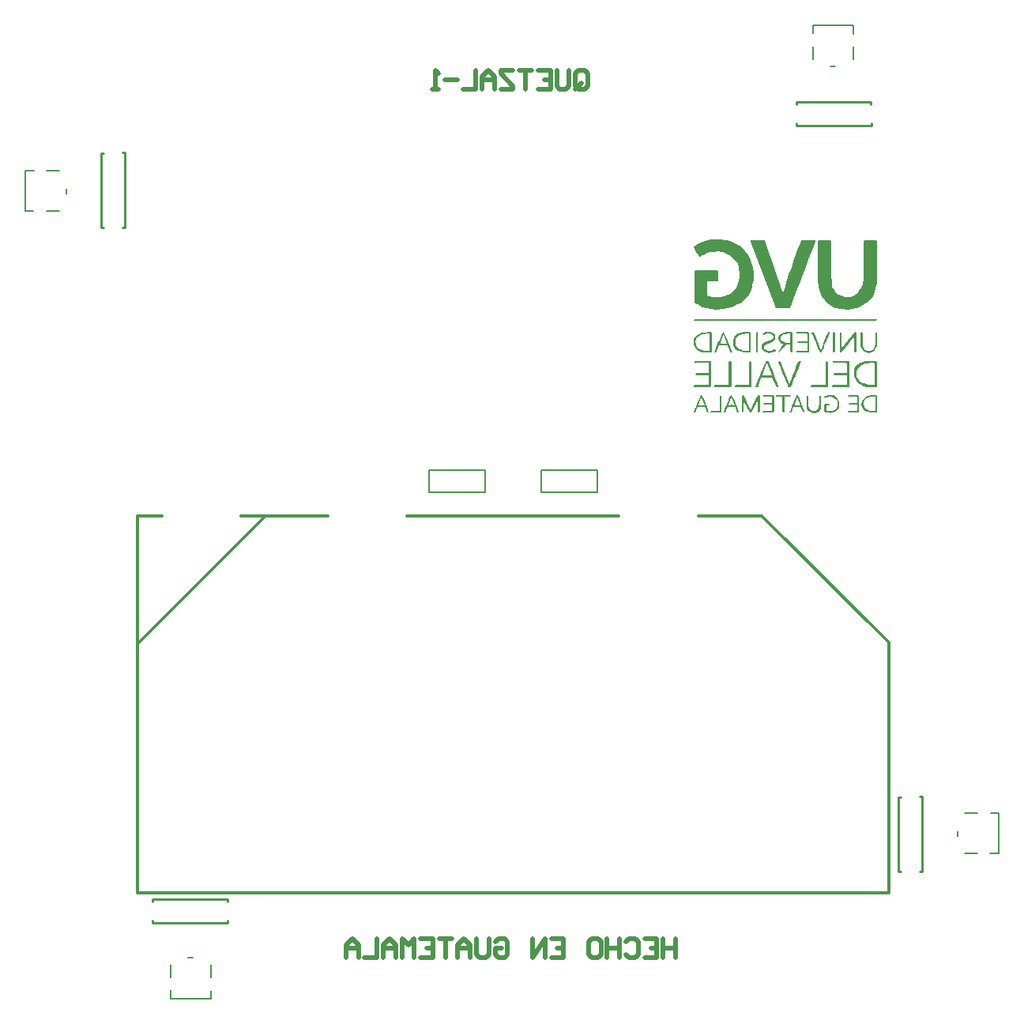
<source format=gbo>
G04*
G04 #@! TF.GenerationSoftware,Altium Limited,Altium Designer,18.1.9 (240)*
G04*
G04 Layer_Color=32896*
%FSLAX25Y25*%
%MOIN*%
G70*
G01*
G75*
%ADD13C,0.00591*%
%ADD82C,0.01181*%
%ADD83C,0.01000*%
%ADD84C,0.01968*%
G36*
X289612Y329936D02*
X288689Y327398D01*
X287766Y325092D01*
X286959Y322900D01*
X286267Y320824D01*
X285459Y318863D01*
X284882Y317133D01*
X284191Y315403D01*
X283614Y313904D01*
X283037Y312520D01*
X282576Y311136D01*
X281653Y308829D01*
X280961Y306983D01*
X280269Y305368D01*
X279808Y304215D01*
X279462Y303177D01*
X279116Y302485D01*
X278885Y302024D01*
X278769Y301678D01*
X278654Y301562D01*
Y301447D01*
X272887D01*
X262160Y329474D01*
Y329936D01*
X262276Y330051D01*
X262391Y330167D01*
X267928D01*
X268043Y330051D01*
X268158Y329936D01*
X268389Y329244D01*
X268850Y328206D01*
X269312Y326822D01*
X269888Y325207D01*
X270580Y323361D01*
X271272Y321401D01*
X271964Y319440D01*
X272656Y317364D01*
X273233Y315403D01*
X273925Y313558D01*
X274387Y311943D01*
X274848Y310559D01*
X275194Y309521D01*
X275425Y308829D01*
X275540Y308713D01*
Y308598D01*
X276001D01*
X276693Y310559D01*
X277270Y312404D01*
X277847Y314134D01*
X278308Y315749D01*
X279346Y318633D01*
X280154Y321055D01*
X280846Y323131D01*
X281538Y324861D01*
X281999Y326360D01*
X282460Y327514D01*
X282806Y328321D01*
X283037Y329013D01*
X283268Y329474D01*
X283383Y329820D01*
X283498Y330051D01*
X283614Y330167D01*
X289381D01*
X289612Y329936D01*
D02*
G37*
G36*
X315563Y329705D02*
Y314480D01*
X315448Y312058D01*
X314986Y309982D01*
X314410Y308252D01*
X313718Y306637D01*
X312795Y305368D01*
X311757Y304330D01*
X310603Y303408D01*
X309450Y302716D01*
X308412Y302139D01*
X307259Y301678D01*
X306220Y301447D01*
X305298Y301216D01*
X304606Y301101D01*
X303914Y300986D01*
X302760D01*
X300799Y301101D01*
X299877Y301216D01*
X298954Y301447D01*
X298262Y301562D01*
X297685Y301678D01*
X297339Y301793D01*
X297224D01*
X296071Y302370D01*
X295032Y303177D01*
X294225Y303984D01*
X293418Y304792D01*
X292726Y305715D01*
X292264Y306637D01*
X291457Y308483D01*
X290996Y310213D01*
X290765Y311712D01*
X290650Y312174D01*
Y312635D01*
Y312866D01*
Y312981D01*
Y329705D01*
X290996Y330167D01*
X295840D01*
X296186Y329705D01*
Y317133D01*
X296647Y310674D01*
X297339Y309175D01*
X298262Y308021D01*
X299300Y307329D01*
X300338Y306752D01*
X301261Y306406D01*
X302068Y306291D01*
X302530Y306176D01*
X302760D01*
X304029Y306291D01*
X305067Y306522D01*
X305990Y306868D01*
X306797Y307445D01*
X307374Y308021D01*
X307950Y308713D01*
X308758Y310097D01*
X309335Y311597D01*
X309565Y312750D01*
X309681Y313327D01*
Y313673D01*
Y313904D01*
Y314019D01*
Y329705D01*
X310027Y330167D01*
X315217D01*
X315563Y329705D01*
D02*
G37*
G36*
X252357Y330167D02*
X254317Y329474D01*
X256048Y328667D01*
X257547Y327744D01*
X258816Y326706D01*
X259854Y325553D01*
X260776Y324400D01*
X261584Y323131D01*
X262160Y321977D01*
X262622Y320824D01*
X262968Y319786D01*
X263199Y318748D01*
X263314Y317825D01*
X263429Y317133D01*
X263545Y316556D01*
Y316210D01*
Y316095D01*
Y315518D01*
X263429Y313096D01*
X263199Y312058D01*
X262968Y311136D01*
X262853Y310328D01*
X262622Y309751D01*
X262507Y309405D01*
Y309290D01*
X261814Y307791D01*
X261007Y306522D01*
X259969Y305484D01*
X258931Y304446D01*
X257778Y303638D01*
X256624Y303062D01*
X255356Y302485D01*
X254202Y302024D01*
X252011Y301447D01*
X250973Y301216D01*
X250050Y301101D01*
X249358D01*
X248781Y300986D01*
X247858D01*
X245552Y301101D01*
X243706Y301447D01*
X241976Y302024D01*
X240707Y302600D01*
X239669Y303062D01*
X238977Y303638D01*
X238516Y303984D01*
X238401Y304100D01*
Y317133D01*
X238747Y317479D01*
X248320D01*
X248666Y317133D01*
Y312981D01*
X243937D01*
Y306983D01*
X244052Y306752D01*
X244514Y306522D01*
X245206Y306406D01*
X245898Y306291D01*
X246590D01*
X247282Y306176D01*
X247858D01*
X249127Y306291D01*
X249935D01*
X250626Y306406D01*
X251088Y306522D01*
X251319Y306637D01*
X251434D01*
X251549Y306752D01*
X252587Y307214D01*
X253510Y307675D01*
X254317Y308252D01*
X255010Y308944D01*
X256048Y310328D01*
X256740Y311943D01*
X257201Y313327D01*
X257432Y314480D01*
X257547Y314942D01*
Y315288D01*
Y315518D01*
Y315634D01*
X257201Y318979D01*
X256740Y320132D01*
X256163Y321170D01*
X255471Y321977D01*
X254779Y322670D01*
X253279Y323823D01*
X251895Y324630D01*
X250511Y325092D01*
X249358Y325322D01*
X248896Y325438D01*
X248320D01*
X246705Y325322D01*
X245206Y325092D01*
X243937Y324746D01*
X242783Y324284D01*
X241861Y323823D01*
X241169Y323477D01*
X240707Y323246D01*
X240592Y323131D01*
X240361Y323361D01*
X240015Y323823D01*
X239669Y324515D01*
X239208Y325322D01*
X238862Y326014D01*
X238516Y326706D01*
X238285Y327168D01*
X238170Y327398D01*
X239669Y328436D01*
X241169Y329244D01*
X242668Y329705D01*
X244052Y330167D01*
X245321Y330397D01*
X246359Y330513D01*
X248666D01*
X252357Y330167D01*
D02*
G37*
G36*
X315563Y296718D02*
X315217Y296257D01*
X238401D01*
X238170Y296487D01*
X238516Y296833D01*
X315448D01*
X315563Y296718D01*
D02*
G37*
G36*
X306682Y291066D02*
Y283223D01*
X306336Y282877D01*
X305874Y283223D01*
Y289682D01*
X305759D01*
X304952Y288529D01*
X304144Y287606D01*
X303568Y286683D01*
X302991Y285991D01*
X302068Y284723D01*
X301261Y283915D01*
X300799Y283338D01*
X300569Y283108D01*
X300338Y282877D01*
X300107D01*
X299761Y283223D01*
Y291066D01*
X300107Y291528D01*
X300569Y291066D01*
Y284492D01*
X306105Y291528D01*
X306336D01*
X306682Y291066D01*
D02*
G37*
G36*
X295609Y291297D02*
X295032Y289798D01*
X294571Y288529D01*
X294110Y287375D01*
X293648Y286453D01*
X293302Y285645D01*
X293072Y284953D01*
X292726Y284377D01*
X292495Y283915D01*
X292264Y283338D01*
X292034Y282993D01*
X291918Y282877D01*
X291688D01*
X291457Y283108D01*
X291226Y283569D01*
X290650Y284607D01*
X290073Y285991D01*
X289381Y287491D01*
X288804Y288875D01*
X288343Y290144D01*
X288112Y290605D01*
X287997Y290951D01*
X287881Y291182D01*
Y291297D01*
X288112D01*
X288343Y291528D01*
X288573D01*
X288689Y291412D01*
X288804Y291182D01*
X289035Y290836D01*
X289265Y290374D01*
X289727Y289106D01*
X290303Y287837D01*
X290765Y286453D01*
X291226Y285184D01*
X291457Y284723D01*
X291572Y284377D01*
X291688Y284146D01*
Y284031D01*
X291918D01*
X292380Y285299D01*
X292726Y286453D01*
X293187Y287491D01*
X293418Y288414D01*
X293764Y289106D01*
X293994Y289682D01*
X294340Y290605D01*
X294686Y291182D01*
X294802Y291412D01*
X294917Y291528D01*
X295378D01*
X295609Y291297D01*
D02*
G37*
G36*
X315563Y291066D02*
Y286799D01*
X315448Y285415D01*
X314986Y284377D01*
X314410Y283684D01*
X313833Y283223D01*
X313141Y282877D01*
X312680Y282762D01*
X312218Y282646D01*
X312103D01*
X310949Y282877D01*
X310142Y283223D01*
X309450Y283800D01*
X309104Y284377D01*
X308873Y284953D01*
X308643Y285415D01*
Y285761D01*
Y285876D01*
Y291066D01*
X308989Y291528D01*
X309450Y291066D01*
Y286337D01*
X309565Y285530D01*
X309796Y284838D01*
X310257Y284261D01*
X310603Y283915D01*
X311065Y283684D01*
X311526Y283569D01*
X311757Y283454D01*
X311872D01*
X312795Y283569D01*
X313487Y284031D01*
X314064Y284607D01*
X314410Y285184D01*
X314640Y285876D01*
X314756Y286337D01*
Y286799D01*
Y286914D01*
Y291066D01*
X315217Y291528D01*
X315563Y291066D01*
D02*
G37*
G36*
X297685D02*
Y283223D01*
X297224Y282877D01*
X296878Y283223D01*
Y291066D01*
X297224Y291528D01*
X297685Y291066D01*
D02*
G37*
G36*
X286959D02*
Y283223D01*
X286497Y282877D01*
X281768D01*
X281307Y283223D01*
X281768Y283684D01*
X285690D01*
X286036Y284031D01*
Y286799D01*
X282114D01*
X281768Y287145D01*
X282114Y287606D01*
X286036D01*
Y290259D01*
X285690Y290720D01*
X281768D01*
X281307Y291066D01*
X281768Y291528D01*
X286497D01*
X286959Y291066D01*
D02*
G37*
G36*
X279923D02*
Y283223D01*
X279462Y282877D01*
X279000Y283223D01*
Y286337D01*
X277155D01*
X274271Y282877D01*
X273925D01*
X273694Y282993D01*
X275771Y286107D01*
Y286568D01*
X275194Y286683D01*
X274848Y286914D01*
X274271Y287837D01*
X273925Y288644D01*
Y288875D01*
Y288990D01*
X274156Y289798D01*
X274617Y290490D01*
X275425Y290951D01*
X276232Y291182D01*
X277155Y291412D01*
X277962Y291528D01*
X279462D01*
X279923Y291066D01*
D02*
G37*
G36*
X265159Y283223D02*
X264813Y282877D01*
X264352Y283223D01*
Y291066D01*
X264813Y291528D01*
X265159D01*
Y283223D01*
D02*
G37*
G36*
X262276Y291066D02*
Y283223D01*
X261930Y282877D01*
X260084D01*
X259162Y282993D01*
X258354Y283108D01*
X257086Y283569D01*
X256163Y284031D01*
X255586Y284607D01*
X255125Y285184D01*
X255010Y285645D01*
X254894Y285991D01*
Y286107D01*
Y288183D01*
X255010Y288759D01*
X255125Y289336D01*
X255932Y290144D01*
X256855Y290720D01*
X258008Y291066D01*
X259277Y291412D01*
X260200Y291528D01*
X261930D01*
X262276Y291066D01*
D02*
G37*
G36*
X250857Y291297D02*
X251088Y290951D01*
X251665Y289798D01*
X252241Y288414D01*
X252933Y286914D01*
X253510Y285415D01*
X253971Y284146D01*
X254202Y283684D01*
X254317Y283338D01*
X254433Y283108D01*
Y282993D01*
X254317D01*
X254087Y282877D01*
X253856D01*
X253625Y282993D01*
X253395Y283338D01*
X253164Y283800D01*
X253049Y284377D01*
X252818Y284838D01*
X252703Y285299D01*
X252587Y285645D01*
Y285761D01*
X248896D01*
X248550Y284838D01*
X248204Y284146D01*
X247974Y283569D01*
X247743Y283223D01*
X247628Y282993D01*
X247512Y282877D01*
X247051D01*
X246820Y282993D01*
X247397Y284377D01*
X247858Y285530D01*
X248320Y286568D01*
X248666Y287491D01*
X249012Y288298D01*
X249358Y288990D01*
X249819Y290144D01*
X250165Y290836D01*
X250396Y291297D01*
X250511Y291528D01*
X250742D01*
X250857Y291297D01*
D02*
G37*
G36*
X245782Y291066D02*
Y283223D01*
X245436Y282877D01*
X242207D01*
X241515Y282993D01*
X240246Y283454D01*
X239323Y284146D01*
X238747Y284838D01*
X238401Y285530D01*
X238285Y286222D01*
X238170Y286683D01*
Y286799D01*
Y287837D01*
X238285Y288529D01*
X238516Y289106D01*
X238862Y289567D01*
X239208Y290028D01*
X240361Y290605D01*
X241630Y291066D01*
X243014Y291297D01*
X244052Y291528D01*
X245436D01*
X245782Y291066D01*
D02*
G37*
G36*
X270696Y291412D02*
X271272Y291297D01*
X272080Y290836D01*
X272541Y290259D01*
X272656Y290144D01*
Y290028D01*
Y288644D01*
X271849Y287606D01*
X270465Y287029D01*
X269427Y286568D01*
X268735Y286107D01*
X268158Y285761D01*
X267928Y285530D01*
X267812Y285299D01*
X267697Y285069D01*
X267812Y284607D01*
X268043Y284261D01*
X268850Y283800D01*
X269658Y283569D01*
X269888Y283454D01*
X270004D01*
X270811Y283569D01*
X271503Y283915D01*
X272195Y284146D01*
X272310Y284261D01*
X272426D01*
X272887Y283684D01*
X272772Y283454D01*
X272426Y283338D01*
X271964Y283108D01*
X271503Y282993D01*
X271042Y282877D01*
X270580Y282762D01*
X270234Y282646D01*
X270119D01*
X269081Y282762D01*
X268274Y283108D01*
X267697Y283454D01*
X267235Y283915D01*
X267005Y284261D01*
X266890Y284607D01*
Y284838D01*
Y284953D01*
Y285761D01*
X267466Y286799D01*
X268966Y287375D01*
X270004Y287837D01*
X270811Y288183D01*
X271272Y288529D01*
X271618Y288759D01*
X271734Y288875D01*
X271849Y288990D01*
Y289221D01*
X271734Y289682D01*
X271618Y290144D01*
X270926Y290490D01*
X270350Y290720D01*
X269196D01*
X267928Y290259D01*
X267466Y290374D01*
X267351Y290490D01*
X267235Y290605D01*
Y290720D01*
X267466Y290951D01*
X267697Y291182D01*
X268389Y291412D01*
X268966Y291528D01*
X270119D01*
X270696Y291412D01*
D02*
G37*
G36*
X282691Y277341D02*
X282114Y275611D01*
X281538Y274111D01*
X281076Y272843D01*
X280615Y271804D01*
X280269Y270882D01*
X279923Y270074D01*
X279692Y269498D01*
X279462Y269036D01*
X279231Y268690D01*
X279000Y268344D01*
X278885Y268114D01*
X278193D01*
X278078Y268229D01*
X277962Y268575D01*
X277731Y269152D01*
X277385Y269844D01*
X277039Y270651D01*
X276693Y271574D01*
X275886Y273535D01*
X275079Y275495D01*
X274733Y276418D01*
X274387Y277225D01*
X274041Y277918D01*
X273925Y278494D01*
X273694Y278840D01*
Y278956D01*
X274041Y279302D01*
X274502D01*
X274617Y279186D01*
X274848Y278840D01*
X275079Y278379D01*
X275309Y277802D01*
X275886Y276187D01*
X276578Y274457D01*
X277270Y272727D01*
X277847Y271112D01*
X278078Y270536D01*
X278308Y270074D01*
X278424Y269728D01*
Y269613D01*
X278654D01*
X279231Y271228D01*
X279808Y272727D01*
X280269Y273996D01*
X280730Y275149D01*
X281076Y276072D01*
X281307Y276880D01*
X281653Y277456D01*
X281884Y278033D01*
X282230Y278725D01*
X282460Y279071D01*
X282576Y279302D01*
X283383D01*
X282691Y277341D01*
D02*
G37*
G36*
X315563Y278956D02*
Y268575D01*
X315217Y268114D01*
X313602D01*
X312218Y268229D01*
X311065Y268344D01*
X309911Y268690D01*
X309104Y269036D01*
X308296Y269382D01*
X307720Y269959D01*
X306682Y270997D01*
X306220Y272035D01*
X305874Y272843D01*
X305759Y273535D01*
Y273650D01*
Y273765D01*
Y274573D01*
X305874Y275265D01*
X305990Y275957D01*
X306566Y277110D01*
X307489Y277918D01*
X308527Y278494D01*
X309565Y278956D01*
X310373Y279186D01*
X311065Y279302D01*
X315217D01*
X315563Y278956D01*
D02*
G37*
G36*
X303798Y268575D02*
X303452Y268114D01*
X296993D01*
X296647Y268575D01*
Y268806D01*
X296993Y269152D01*
X302760D01*
Y273304D01*
X297685D01*
X297224Y273765D01*
Y273996D01*
X297685Y274342D01*
X302760D01*
Y278033D01*
X302414Y278494D01*
X296878D01*
Y279302D01*
X303798D01*
Y268575D01*
D02*
G37*
G36*
X294917Y278956D02*
Y268575D01*
X294571Y268114D01*
X287881D01*
X287535Y268575D01*
Y268806D01*
X287881Y269152D01*
X293764D01*
Y278956D01*
X294110Y279302D01*
X294571D01*
X294917Y278956D01*
D02*
G37*
G36*
X269773Y279071D02*
X270465Y277341D01*
X271157Y275726D01*
X271734Y274342D01*
X272195Y273073D01*
X272541Y272035D01*
X272887Y271228D01*
X273233Y270420D01*
X273348Y269844D01*
X273579Y269382D01*
X273694Y268921D01*
X273810Y268460D01*
X273925Y268229D01*
Y268114D01*
X273118D01*
X271157Y272035D01*
X266659D01*
X266197Y270766D01*
X265967Y269728D01*
X265621Y269036D01*
X265390Y268575D01*
X265275Y268344D01*
X265159Y268229D01*
X265044Y268114D01*
X264352D01*
X264237Y268344D01*
X264929Y270190D01*
X265505Y271920D01*
X266082Y273304D01*
X266544Y274573D01*
X267005Y275611D01*
X267351Y276534D01*
X267697Y277225D01*
X267928Y277802D01*
X268158Y278264D01*
X268389Y278610D01*
X268620Y279071D01*
X268735Y279302D01*
X269542D01*
X269773Y279071D01*
D02*
G37*
G36*
X262507Y278956D02*
Y268575D01*
X262160Y268114D01*
X255701D01*
X255356Y268575D01*
Y268806D01*
X255701Y269152D01*
X261469D01*
Y278956D01*
X261930Y279302D01*
X262160D01*
X262507Y278956D01*
D02*
G37*
G36*
X254087D02*
Y268575D01*
X253625Y268114D01*
X247282D01*
X246820Y268575D01*
Y269152D01*
X252818D01*
Y278956D01*
X253279Y279302D01*
X253625D01*
X254087Y278956D01*
D02*
G37*
G36*
X245436Y268575D02*
X244975Y268114D01*
X238516D01*
X238170Y268575D01*
Y268806D01*
X238516Y269152D01*
X244398D01*
Y273304D01*
X239208D01*
X238747Y273765D01*
Y273996D01*
X239208Y274342D01*
X244398D01*
Y278494D01*
X238747D01*
X238516Y278264D01*
Y278494D01*
X238401Y278725D01*
Y279302D01*
X245436D01*
Y268575D01*
D02*
G37*
G36*
X266082Y264423D02*
Y257848D01*
X265621Y257387D01*
X265159Y257848D01*
Y263039D01*
X265044D01*
X264352Y261309D01*
X263775Y260040D01*
X263314Y259002D01*
X262968Y258310D01*
X262622Y257848D01*
X262391Y257618D01*
X262276Y257387D01*
X262160D01*
X262045Y257502D01*
X261814Y257618D01*
X261469Y258310D01*
X260892Y259232D01*
X260430Y260271D01*
X259969Y261309D01*
X259623Y262116D01*
X259392Y262808D01*
X259277Y262923D01*
Y263039D01*
X259046D01*
Y257848D01*
X258585Y257387D01*
X258354D01*
Y264423D01*
X258816Y264884D01*
X259046D01*
X262276Y258656D01*
X262737Y259809D01*
X263199Y260732D01*
X263545Y261539D01*
X263891Y262231D01*
X264467Y263385D01*
X264813Y264077D01*
X265044Y264538D01*
X265275Y264769D01*
X265390Y264884D01*
X265621D01*
X266082Y264423D01*
D02*
G37*
G36*
X297109Y264769D02*
X297916Y264423D01*
X298493Y263846D01*
X298954Y263269D01*
X299185Y262577D01*
X299415Y262116D01*
X299531Y261655D01*
Y261539D01*
Y260501D01*
X299415Y259578D01*
X298954Y258771D01*
X298377Y258194D01*
X297685Y257848D01*
X296993Y257502D01*
X296416Y257387D01*
X295955Y257272D01*
X295840D01*
X295032Y257387D01*
X294340Y257502D01*
X293879Y257618D01*
X293648Y257733D01*
X293418Y257848D01*
X293302Y257964D01*
Y258079D01*
Y260963D01*
X293764Y261309D01*
X295148D01*
X295609Y260963D01*
X295148Y260501D01*
X294110D01*
Y258194D01*
X295148Y258079D01*
X295955D01*
X296878Y258194D01*
X297570Y258540D01*
X298147Y259117D01*
X298493Y259694D01*
X298723Y260271D01*
X298839Y260847D01*
Y261193D01*
Y261309D01*
X298723Y262116D01*
X298377Y262808D01*
X297916Y263269D01*
X297339Y263615D01*
X296762Y263961D01*
X296301Y264077D01*
X295955Y264192D01*
X295840D01*
X295032Y264077D01*
X294456Y263961D01*
X293994Y263731D01*
X293764Y263615D01*
X293302Y264077D01*
X293418Y264307D01*
X293648Y264423D01*
X294110Y264653D01*
X294686Y264884D01*
X296186D01*
X297109Y264769D01*
D02*
G37*
G36*
X291918Y264423D02*
Y260155D01*
X291803Y259232D01*
X291457Y258540D01*
X290996Y257964D01*
X290419Y257618D01*
X289842Y257387D01*
X289381Y257272D01*
X288919D01*
X287881Y257502D01*
X287189Y257733D01*
X286613Y258194D01*
X286267Y258540D01*
X286036Y259002D01*
X285921Y259348D01*
Y259578D01*
Y259694D01*
Y264653D01*
X286036Y264884D01*
X286497Y264423D01*
Y261309D01*
X286613Y260271D01*
X286843Y259463D01*
X287189Y258886D01*
X287651Y258540D01*
X288112Y258310D01*
X288458Y258079D01*
X289150D01*
X289842Y258310D01*
X290303Y258771D01*
X290765Y259463D01*
X290996Y260271D01*
X291111Y260963D01*
X291226Y261655D01*
Y262116D01*
Y262347D01*
Y264653D01*
X291457Y264884D01*
X291918Y264423D01*
D02*
G37*
G36*
X315563D02*
Y257848D01*
X315217Y257387D01*
X312680D01*
X311411Y257733D01*
X310488Y258194D01*
X309911Y258771D01*
X309450Y259348D01*
X309219Y259925D01*
X308989Y260501D01*
Y260847D01*
Y260963D01*
X309219Y262231D01*
X309681Y263269D01*
X310488Y263961D01*
X311295Y264423D01*
X312103Y264653D01*
X312910Y264884D01*
X315217D01*
X315563Y264423D01*
D02*
G37*
G36*
X307720D02*
Y257387D01*
X303222D01*
X302991Y257618D01*
X303452Y258079D01*
X307143D01*
Y260732D01*
X303798D01*
X303452Y261193D01*
X303798Y261539D01*
X307143D01*
Y264077D01*
X303222D01*
Y264423D01*
X303683Y264884D01*
X307374D01*
X307720Y264423D01*
D02*
G37*
G36*
X282114Y264769D02*
X282230Y264423D01*
X282691Y263500D01*
X283152Y262462D01*
X283614Y261193D01*
X284191Y259925D01*
X284537Y258886D01*
X284882Y258079D01*
X284998Y257964D01*
Y257848D01*
X284652Y257387D01*
X283844Y258425D01*
X283729Y258886D01*
X283614Y259348D01*
X283383Y259694D01*
X283268Y259925D01*
X280269D01*
X279923Y259117D01*
X279692Y258425D01*
X279462Y257964D01*
X279346Y257733D01*
X279231Y257502D01*
X279116Y257387D01*
X278654D01*
X279116Y258656D01*
X279462Y259809D01*
X279808Y260847D01*
X280154Y261655D01*
X280500Y262347D01*
X280730Y263039D01*
X281076Y263961D01*
X281422Y264423D01*
X281653Y264769D01*
X281768Y264884D01*
X281999D01*
X282114Y264769D01*
D02*
G37*
G36*
X279231Y264423D02*
X278885Y264077D01*
X276347D01*
Y257848D01*
X276001Y257387D01*
X275540Y257848D01*
Y264077D01*
X273118D01*
X272656Y264423D01*
X273118Y264884D01*
X278885D01*
X279231Y264423D01*
D02*
G37*
G36*
X272080D02*
Y257848D01*
X271618Y257387D01*
X267235D01*
X267120Y257618D01*
X267466Y258079D01*
X271157D01*
Y260732D01*
X267928D01*
X267466Y261193D01*
X267928Y261539D01*
X271157D01*
Y264077D01*
X267697D01*
X267235Y264423D01*
X267697Y264884D01*
X271618D01*
X272080Y264423D01*
D02*
G37*
G36*
X254202Y264769D02*
X254317Y264423D01*
X254779Y263615D01*
X255356Y262462D01*
X255817Y261078D01*
X256394Y259809D01*
X256855Y258656D01*
X257086Y258310D01*
X257201Y257964D01*
X257316Y257733D01*
Y257618D01*
X257201D01*
X256970Y257387D01*
X256740Y257502D01*
X256509Y257733D01*
X256278Y258194D01*
X256048Y258656D01*
X255932Y259117D01*
X255817Y259578D01*
X255701Y259809D01*
Y259925D01*
X252357D01*
X252126Y259117D01*
X251895Y258425D01*
X251780Y257964D01*
X251549Y257733D01*
X251434Y257502D01*
X251319Y257387D01*
X250973D01*
X250742Y257618D01*
X251203Y258886D01*
X251665Y260040D01*
X252011Y260963D01*
X252357Y261770D01*
X252703Y262462D01*
X252933Y263039D01*
X253279Y263961D01*
X253625Y264423D01*
X253741Y264769D01*
X253856Y264884D01*
X254087D01*
X254202Y264769D01*
D02*
G37*
G36*
X249704Y264423D02*
Y257848D01*
X249358Y257387D01*
X245206D01*
X244975Y257618D01*
X245436Y258079D01*
X249127D01*
Y264653D01*
X249358Y264884D01*
X249704Y264423D01*
D02*
G37*
G36*
X241630Y264769D02*
X241861Y264538D01*
X241976Y264192D01*
X242207Y263731D01*
X242668Y262577D01*
X243245Y261309D01*
X243706Y259925D01*
X244167Y258771D01*
X244283Y258310D01*
X244398Y257964D01*
X244514Y257733D01*
Y257618D01*
Y257387D01*
X243937D01*
X243591Y258194D01*
X243360Y258886D01*
X243129Y259348D01*
X243014Y259578D01*
X242899Y259809D01*
X242783Y259925D01*
X239785D01*
X239554Y259117D01*
X239323Y258425D01*
X239092Y257964D01*
X238862Y257733D01*
X238747Y257502D01*
X238631Y257387D01*
X238401D01*
X238170Y257618D01*
X238631Y258886D01*
X239092Y259925D01*
X239439Y260847D01*
X239785Y261770D01*
X240015Y262462D01*
X240361Y263039D01*
X240707Y263846D01*
X240938Y264423D01*
X241169Y264769D01*
X241284Y264884D01*
X241515D01*
X241630Y264769D01*
D02*
G37*
%LPC*%
G36*
X279000Y290720D02*
X277847D01*
X276809Y290605D01*
X276001Y290490D01*
X275540Y290144D01*
X275079Y289913D01*
X274848Y289567D01*
X274733Y289221D01*
Y289106D01*
Y288990D01*
X274848Y288298D01*
X275309Y287837D01*
X275886Y287375D01*
X276578Y287145D01*
X277270Y287029D01*
X277847Y286914D01*
X279000D01*
Y290720D01*
D02*
G37*
G36*
X261469D02*
X260430D01*
X258816Y290605D01*
X257662Y290259D01*
X256855Y289798D01*
X256278Y289336D01*
X255932Y288759D01*
X255817Y288298D01*
X255701Y287952D01*
Y287837D01*
Y286914D01*
X255932Y285876D01*
X256394Y285069D01*
X256970Y284492D01*
X257778Y284146D01*
X258585Y283915D01*
X259162Y283684D01*
X261469D01*
Y290720D01*
D02*
G37*
G36*
X250742Y290259D02*
X250511D01*
X249358Y286799D01*
Y286568D01*
X252241D01*
X250742Y290259D01*
D02*
G37*
G36*
X244744Y290720D02*
X243706D01*
X242091Y290605D01*
X240938Y290259D01*
X240131Y289682D01*
X239554Y289221D01*
X239208Y288644D01*
X239092Y288068D01*
X238977Y287721D01*
Y287606D01*
X239092Y286337D01*
X239554Y285299D01*
X240131Y284607D01*
X240823Y284146D01*
X241515Y283915D01*
X242091Y283800D01*
X242553Y283684D01*
X244744D01*
Y290720D01*
D02*
G37*
G36*
X314179Y278494D02*
X312449D01*
X311411Y278264D01*
X310488Y278033D01*
X309681Y277802D01*
X308989Y277456D01*
X308412Y277110D01*
X307605Y276303D01*
X307028Y275380D01*
X306797Y274688D01*
X306682Y274227D01*
Y273996D01*
X306797Y273189D01*
X306912Y272381D01*
X307720Y271228D01*
X308758Y270305D01*
X309911Y269728D01*
X311065Y269382D01*
X312103Y269267D01*
X312910Y269152D01*
X314179D01*
X314640Y269613D01*
Y278033D01*
X314179Y278494D01*
D02*
G37*
G36*
X269196Y278033D02*
X268966D01*
X267235Y273304D01*
Y273073D01*
X271042D01*
X269196Y278033D01*
D02*
G37*
G36*
X314756Y264077D02*
X312680D01*
X311757Y263961D01*
X311065Y263615D01*
X310488Y263154D01*
X310142Y262693D01*
X309911Y262116D01*
X309796Y261655D01*
Y261309D01*
Y261193D01*
X310027Y260155D01*
X310488Y259348D01*
X311180Y258886D01*
X311987Y258425D01*
X312795Y258194D01*
X313487Y258079D01*
X314756D01*
Y264077D01*
D02*
G37*
G36*
X281999Y263846D02*
X281768D01*
X280730Y260732D01*
Y260501D01*
X283037D01*
X281999Y263846D01*
D02*
G37*
G36*
X254317Y263615D02*
X253856D01*
X252818Y260501D01*
X253279D01*
X254087Y260732D01*
X254894Y260501D01*
X255356D01*
X254317Y263615D01*
D02*
G37*
G36*
X241630D02*
X241284D01*
X240246Y260501D01*
X242668D01*
X241630Y263615D01*
D02*
G37*
%LPD*%
D13*
X173799Y223803D02*
Y233055D01*
Y223803D02*
X197618D01*
X173799Y233055D02*
X197618D01*
Y223803D02*
Y233055D01*
X150315Y223803D02*
Y233055D01*
X126496D02*
X150315D01*
X126496Y223803D02*
X150315D01*
X126496D02*
Y233055D01*
X34472Y19114D02*
Y24614D01*
X24972Y27614D02*
X26972D01*
X17472Y10114D02*
Y13724D01*
Y10114D02*
X34472D01*
X17472Y19114D02*
Y24614D01*
X34472Y10114D02*
Y13614D01*
X352362Y88504D02*
X357862D01*
X349362Y79004D02*
Y81004D01*
X363252Y71504D02*
X366862D01*
Y88504D01*
X352362Y71504D02*
X357862D01*
X363362Y88504D02*
X366862D01*
X288472Y406394D02*
Y411894D01*
X295972Y403394D02*
X297972D01*
X305472Y417283D02*
Y420894D01*
X288472D02*
X305472D01*
Y406394D02*
Y411894D01*
X288472Y417394D02*
Y420894D01*
X-34917Y342504D02*
X-29417D01*
X-26417Y350004D02*
Y352004D01*
X-43917Y359504D02*
X-40307D01*
X-43917Y342504D02*
Y359504D01*
X-34917D02*
X-29417D01*
X-43917Y342504D02*
X-40417D01*
D82*
X3549Y54829D02*
X258476D01*
X3549Y159884D02*
X57526Y213863D01*
X3549Y213884D02*
X13687D01*
X47152D02*
X83864D01*
X117329D02*
X200104D01*
X206600D01*
X240065D02*
X266935D01*
X320394Y160425D01*
Y54829D02*
Y160425D01*
X3549Y54829D02*
Y213884D01*
X258476Y54829D02*
X320394D01*
D83*
X3549Y213884D02*
X8947D01*
X3549Y55784D02*
Y213884D01*
X324528Y63779D02*
X325528D01*
X324528D02*
Y95276D01*
X325528D01*
X333527Y63779D02*
X334527D01*
Y95473D01*
X333527D02*
X334527D01*
X281496Y387465D02*
Y388465D01*
X312992D01*
Y387465D02*
Y388465D01*
X281496Y378465D02*
Y379465D01*
Y378465D02*
X313189D01*
Y379465D01*
X-11693Y335433D02*
X-10693D01*
X-11693D02*
Y366929D01*
X-10693D01*
X-2693Y335433D02*
X-1693D01*
Y367126D01*
X-2693D02*
X-1693D01*
X9843Y51244D02*
Y52244D01*
X41339D01*
Y51244D02*
Y52244D01*
X9843Y42244D02*
Y43244D01*
Y42244D02*
X41535D01*
Y43244D01*
D84*
X188225Y395312D02*
Y400560D01*
X189537Y401871D01*
X192161D01*
X193473Y400560D01*
Y395312D01*
X192161Y394000D01*
X189537D01*
X190849Y396624D02*
X188225Y394000D01*
X189537D02*
X188225Y395312D01*
X185601Y401871D02*
Y395312D01*
X184289Y394000D01*
X181665D01*
X180353Y395312D01*
Y401871D01*
X172482D02*
X177729D01*
Y394000D01*
X172482D01*
X177729Y397936D02*
X175106D01*
X169858Y401871D02*
X164610D01*
X167234D01*
Y394000D01*
X161987Y401871D02*
X156739D01*
Y400560D01*
X161987Y395312D01*
Y394000D01*
X156739D01*
X154115D02*
Y399248D01*
X151491Y401871D01*
X148867Y399248D01*
Y394000D01*
Y397936D01*
X154115D01*
X146244Y401871D02*
Y394000D01*
X140996D01*
X138372Y397936D02*
X133124D01*
X130501Y394000D02*
X127877D01*
X129189D01*
Y401871D01*
X130501Y400560D01*
X230500Y35372D02*
Y27500D01*
Y31436D01*
X225252D01*
Y35372D01*
Y27500D01*
X217381Y35372D02*
X222628D01*
Y27500D01*
X217381D01*
X222628Y31436D02*
X220005D01*
X209509Y34060D02*
X210821Y35372D01*
X213445D01*
X214757Y34060D01*
Y28812D01*
X213445Y27500D01*
X210821D01*
X209509Y28812D01*
X206886Y35372D02*
Y27500D01*
Y31436D01*
X201638D01*
Y35372D01*
Y27500D01*
X195078Y35372D02*
X197702D01*
X199014Y34060D01*
Y28812D01*
X197702Y27500D01*
X195078D01*
X193766Y28812D01*
Y34060D01*
X195078Y35372D01*
X178024D02*
X183271D01*
Y27500D01*
X178024D01*
X183271Y31436D02*
X180647D01*
X175400Y27500D02*
Y35372D01*
X170152Y27500D01*
Y35372D01*
X154409Y34060D02*
X155721Y35372D01*
X158345D01*
X159657Y34060D01*
Y28812D01*
X158345Y27500D01*
X155721D01*
X154409Y28812D01*
Y31436D01*
X157033D01*
X151785Y35372D02*
Y28812D01*
X150473Y27500D01*
X147850D01*
X146538Y28812D01*
Y35372D01*
X143914Y27500D02*
Y32748D01*
X141290Y35372D01*
X138666Y32748D01*
Y27500D01*
Y31436D01*
X143914D01*
X136042Y35372D02*
X130795D01*
X133418D01*
Y27500D01*
X122923Y35372D02*
X128171D01*
Y27500D01*
X122923D01*
X128171Y31436D02*
X125547D01*
X120299Y27500D02*
Y35372D01*
X117675Y32748D01*
X115052Y35372D01*
Y27500D01*
X112428D02*
Y32748D01*
X109804Y35372D01*
X107180Y32748D01*
Y27500D01*
Y31436D01*
X112428D01*
X104556Y35372D02*
Y27500D01*
X99309D01*
X96685D02*
Y32748D01*
X94061Y35372D01*
X91437Y32748D01*
Y27500D01*
Y31436D01*
X96685D01*
M02*

</source>
